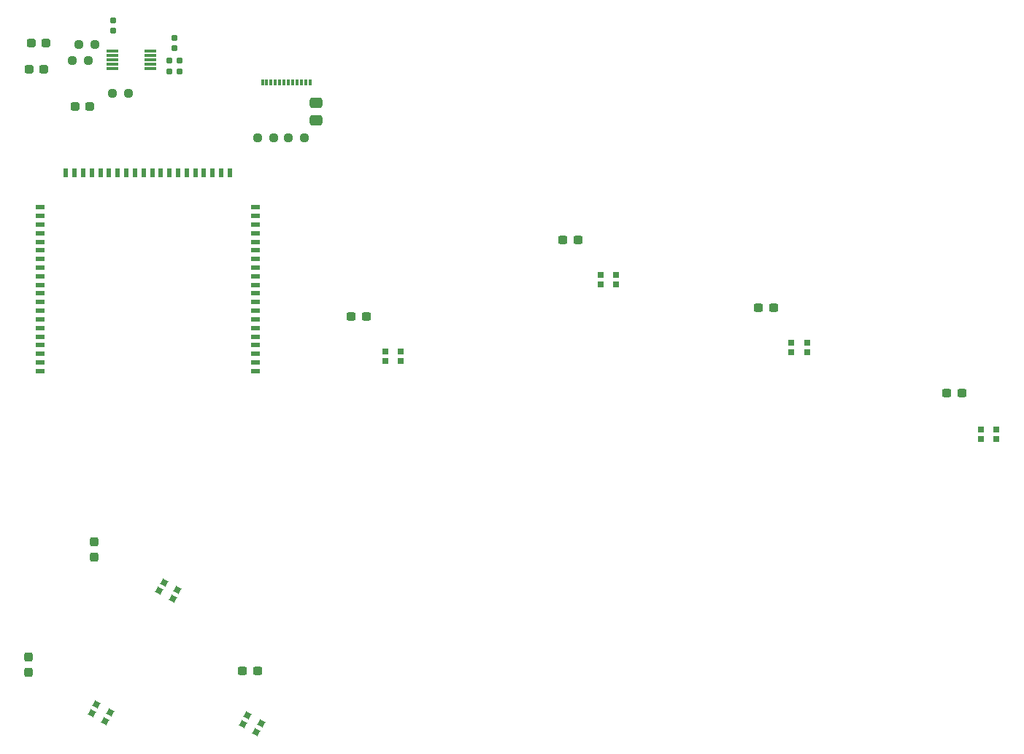
<source format=gbr>
%TF.GenerationSoftware,KiCad,Pcbnew,(5.99.0-9634-gb691c18bfc)*%
%TF.CreationDate,2021-03-07T16:09:04+01:00*%
%TF.ProjectId,keychordz,6b657963-686f-4726-947a-2e6b69636164,rev?*%
%TF.SameCoordinates,Original*%
%TF.FileFunction,Paste,Top*%
%TF.FilePolarity,Positive*%
%FSLAX46Y46*%
G04 Gerber Fmt 4.6, Leading zero omitted, Abs format (unit mm)*
G04 Created by KiCad (PCBNEW (5.99.0-9634-gb691c18bfc)) date 2021-03-07 16:09:04*
%MOMM*%
%LPD*%
G01*
G04 APERTURE LIST*
G04 Aperture macros list*
%AMRoundRect*
0 Rectangle with rounded corners*
0 $1 Rounding radius*
0 $2 $3 $4 $5 $6 $7 $8 $9 X,Y pos of 4 corners*
0 Add a 4 corners polygon primitive as box body*
4,1,4,$2,$3,$4,$5,$6,$7,$8,$9,$2,$3,0*
0 Add four circle primitives for the rounded corners*
1,1,$1+$1,$2,$3*
1,1,$1+$1,$4,$5*
1,1,$1+$1,$6,$7*
1,1,$1+$1,$8,$9*
0 Add four rect primitives between the rounded corners*
20,1,$1+$1,$2,$3,$4,$5,0*
20,1,$1+$1,$4,$5,$6,$7,0*
20,1,$1+$1,$6,$7,$8,$9,0*
20,1,$1+$1,$8,$9,$2,$3,0*%
%AMRotRect*
0 Rectangle, with rotation*
0 The origin of the aperture is its center*
0 $1 length*
0 $2 width*
0 $3 Rotation angle, in degrees counterclockwise*
0 Add horizontal line*
21,1,$1,$2,0,0,$3*%
G04 Aperture macros list end*
%ADD10R,0.300000X0.700000*%
%ADD11RoundRect,0.237500X-0.250000X-0.237500X0.250000X-0.237500X0.250000X0.237500X-0.250000X0.237500X0*%
%ADD12R,0.700000X0.700000*%
%ADD13RoundRect,0.237500X0.287500X0.237500X-0.287500X0.237500X-0.287500X-0.237500X0.287500X-0.237500X0*%
%ADD14RotRect,0.700000X0.700000X330.000000*%
%ADD15R,1.000000X0.600000*%
%ADD16R,0.600000X1.000000*%
%ADD17RoundRect,0.237500X0.250000X0.237500X-0.250000X0.237500X-0.250000X-0.237500X0.250000X-0.237500X0*%
%ADD18RoundRect,0.160000X0.197500X0.160000X-0.197500X0.160000X-0.197500X-0.160000X0.197500X-0.160000X0*%
%ADD19RoundRect,0.237500X-0.300000X-0.237500X0.300000X-0.237500X0.300000X0.237500X-0.300000X0.237500X0*%
%ADD20RoundRect,0.250000X-0.475000X0.337500X-0.475000X-0.337500X0.475000X-0.337500X0.475000X0.337500X0*%
%ADD21RoundRect,0.160000X-0.197500X-0.160000X0.197500X-0.160000X0.197500X0.160000X-0.197500X0.160000X0*%
%ADD22R,1.400000X0.300000*%
%ADD23RoundRect,0.237500X0.237500X-0.300000X0.237500X0.300000X-0.237500X0.300000X-0.237500X-0.300000X0*%
%ADD24RoundRect,0.155000X0.155000X-0.212500X0.155000X0.212500X-0.155000X0.212500X-0.155000X-0.212500X0*%
G04 APERTURE END LIST*
D10*
%TO.C,J1*%
X44486000Y-24070000D03*
X45986000Y-24070000D03*
X45486000Y-24070000D03*
X44986000Y-24070000D03*
X43986000Y-24070000D03*
X46486000Y-24070000D03*
X46986000Y-24070000D03*
X47486000Y-24070000D03*
X47986000Y-24070000D03*
X48486000Y-24070000D03*
X48986000Y-24070000D03*
X49486000Y-24070000D03*
%TD*%
D11*
%TO.C,R3*%
X47001500Y-30530000D03*
X48826500Y-30530000D03*
%TD*%
D12*
%TO.C,D8*%
X83185000Y-47525000D03*
X85015000Y-47525000D03*
X85015000Y-46425000D03*
X83185000Y-46425000D03*
%TD*%
D13*
%TO.C,D1*%
X18647000Y-22566000D03*
X16897000Y-22566000D03*
%TD*%
%TO.C,D3*%
X23981000Y-26884000D03*
X22231000Y-26884000D03*
%TD*%
D14*
%TO.C,D4*%
X24186587Y-97300814D03*
X25771413Y-98215814D03*
X26321413Y-97263186D03*
X24736587Y-96348186D03*
%TD*%
D15*
%TO.C,U1*%
X43200000Y-56600000D03*
X43200000Y-54600000D03*
X43200000Y-55600000D03*
X18200000Y-55600000D03*
X18200000Y-53600000D03*
X18200000Y-50600000D03*
X43200000Y-51600000D03*
X18200000Y-41600000D03*
D16*
X37200000Y-34600000D03*
X35200000Y-34600000D03*
D15*
X18200000Y-39600000D03*
D16*
X33200000Y-34600000D03*
X26200000Y-34600000D03*
X24200000Y-34600000D03*
X22200000Y-34600000D03*
D15*
X18200000Y-40600000D03*
X43200000Y-39600000D03*
D16*
X40200000Y-34600000D03*
X39200000Y-34600000D03*
X38200000Y-34600000D03*
X36200000Y-34600000D03*
X34200000Y-34600000D03*
X27200000Y-34600000D03*
X25200000Y-34600000D03*
X23200000Y-34600000D03*
X21200000Y-34600000D03*
X31200000Y-34600000D03*
X30200000Y-34600000D03*
D15*
X43200000Y-53600000D03*
X18200000Y-57600000D03*
X18200000Y-56600000D03*
X18200000Y-54600000D03*
X18200000Y-52600000D03*
X18200000Y-51600000D03*
X43200000Y-38600000D03*
X18200000Y-48600000D03*
X43200000Y-57600000D03*
X43200000Y-52600000D03*
X18200000Y-38600000D03*
X43200000Y-50600000D03*
X43200000Y-49600000D03*
X43200000Y-48600000D03*
X18200000Y-49600000D03*
X43200000Y-47600000D03*
X43200000Y-46600000D03*
X18200000Y-47600000D03*
X43200000Y-45600000D03*
X43200000Y-44600000D03*
X43200000Y-43600000D03*
X18200000Y-46600000D03*
X43200000Y-42600000D03*
X18200000Y-45600000D03*
X43200000Y-40600000D03*
X18200000Y-44600000D03*
X43200000Y-41600000D03*
X18200000Y-43600000D03*
X18200000Y-42600000D03*
D16*
X28200000Y-34600000D03*
X32200000Y-34600000D03*
X29200000Y-34600000D03*
%TD*%
D17*
%TO.C,R4*%
X45270500Y-30530000D03*
X43445500Y-30530000D03*
%TD*%
D14*
%TO.C,D5*%
X41712587Y-98570814D03*
X43297413Y-99485814D03*
X43847413Y-98533186D03*
X42262587Y-97618186D03*
%TD*%
D11*
%TO.C,R7*%
X26615000Y-25360000D03*
X28440000Y-25360000D03*
%TD*%
D18*
%TO.C,R6*%
X34371500Y-22820000D03*
X33176500Y-22820000D03*
%TD*%
D19*
%TO.C,C29*%
X101551500Y-50235000D03*
X103276500Y-50235000D03*
%TD*%
%TO.C,C30*%
X123395500Y-60141000D03*
X125120500Y-60141000D03*
%TD*%
D20*
%TO.C,C22*%
X50200000Y-26444500D03*
X50200000Y-28519500D03*
%TD*%
D21*
%TO.C,R5*%
X33176500Y-21550000D03*
X34371500Y-21550000D03*
%TD*%
D11*
%TO.C,R1*%
X21939500Y-21550000D03*
X23764500Y-21550000D03*
%TD*%
D19*
%TO.C,C28*%
X78845000Y-42361000D03*
X80570000Y-42361000D03*
%TD*%
D22*
%TO.C,IC1*%
X26594000Y-20450000D03*
X26594000Y-20950000D03*
X26594000Y-21450000D03*
X26594000Y-21950000D03*
X26594000Y-22450000D03*
X30994000Y-22450000D03*
X30994000Y-21950000D03*
X30994000Y-21450000D03*
X30994000Y-20950000D03*
X30994000Y-20450000D03*
%TD*%
D19*
%TO.C,C27*%
X54307500Y-51251000D03*
X56032500Y-51251000D03*
%TD*%
D14*
%TO.C,D6*%
X32009174Y-83095628D03*
X33594000Y-84010628D03*
X34144000Y-83058000D03*
X32559174Y-82143000D03*
%TD*%
D13*
%TO.C,D2*%
X18901000Y-19518000D03*
X17151000Y-19518000D03*
%TD*%
D23*
%TO.C,C4*%
X16872000Y-92556500D03*
X16872000Y-90831500D03*
%TD*%
D24*
%TO.C,C23*%
X33774000Y-20085500D03*
X33774000Y-18950500D03*
%TD*%
D11*
%TO.C,R2*%
X22701500Y-19678000D03*
X24526500Y-19678000D03*
%TD*%
D12*
%TO.C,D10*%
X127307000Y-65480500D03*
X129137000Y-65480500D03*
X129137000Y-64380500D03*
X127307000Y-64380500D03*
%TD*%
D24*
%TO.C,C24*%
X26662000Y-18053500D03*
X26662000Y-16918500D03*
%TD*%
D23*
%TO.C,C26*%
X24492000Y-79195000D03*
X24492000Y-77470000D03*
%TD*%
D19*
%TO.C,C25*%
X41663500Y-92456000D03*
X43388500Y-92456000D03*
%TD*%
D12*
%TO.C,D7*%
X58219000Y-56463500D03*
X60049000Y-56463500D03*
X60049000Y-55363500D03*
X58219000Y-55363500D03*
%TD*%
%TO.C,D9*%
X105336000Y-55447500D03*
X107166000Y-55447500D03*
X107166000Y-54347500D03*
X105336000Y-54347500D03*
%TD*%
M02*

</source>
